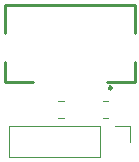
<source format=gbr>
%TF.GenerationSoftware,KiCad,Pcbnew,(6.0.4-0)*%
%TF.CreationDate,2022-07-09T20:17:42+01:00*%
%TF.ProjectId,minimal-ffc-i2c,6d696e69-6d61-46c2-9d66-66632d693263,rev?*%
%TF.SameCoordinates,Original*%
%TF.FileFunction,Legend,Top*%
%TF.FilePolarity,Positive*%
%FSLAX46Y46*%
G04 Gerber Fmt 4.6, Leading zero omitted, Abs format (unit mm)*
G04 Created by KiCad (PCBNEW (6.0.4-0)) date 2022-07-09 20:17:42*
%MOMM*%
%LPD*%
G01*
G04 APERTURE LIST*
%ADD10C,0.120000*%
%ADD11C,0.254000*%
G04 APERTURE END LIST*
D10*
%TO.C,R1*%
X111227064Y-95265000D02*
X110772936Y-95265000D01*
X111227064Y-96735000D02*
X110772936Y-96735000D01*
%TO.C,J1*%
X116880000Y-97420000D02*
X116880000Y-98750000D01*
X106600000Y-97420000D02*
X106600000Y-100080000D01*
X115550000Y-97420000D02*
X116880000Y-97420000D01*
X114280000Y-97420000D02*
X106600000Y-97420000D01*
X114280000Y-100080000D02*
X106600000Y-100080000D01*
X114280000Y-97420000D02*
X114280000Y-100080000D01*
%TO.C,R2*%
X114522936Y-96735000D02*
X114977064Y-96735000D01*
X114522936Y-95265000D02*
X114977064Y-95265000D01*
D11*
%TO.C,J2*%
X117250000Y-87187000D02*
X117250000Y-89570000D01*
X106250000Y-93682000D02*
X108619000Y-93682000D01*
X106250000Y-87187000D02*
X106250000Y-89570000D01*
X117250000Y-93682000D02*
X114881000Y-93682000D01*
X106250000Y-92021000D02*
X106250000Y-93682000D01*
X117250000Y-92021000D02*
X117250000Y-93682000D01*
X106250000Y-87187000D02*
X117250000Y-87187000D01*
X115306000Y-94190000D02*
G75*
G03*
X115306000Y-94190000I-127000J0D01*
G01*
%TD*%
M02*

</source>
